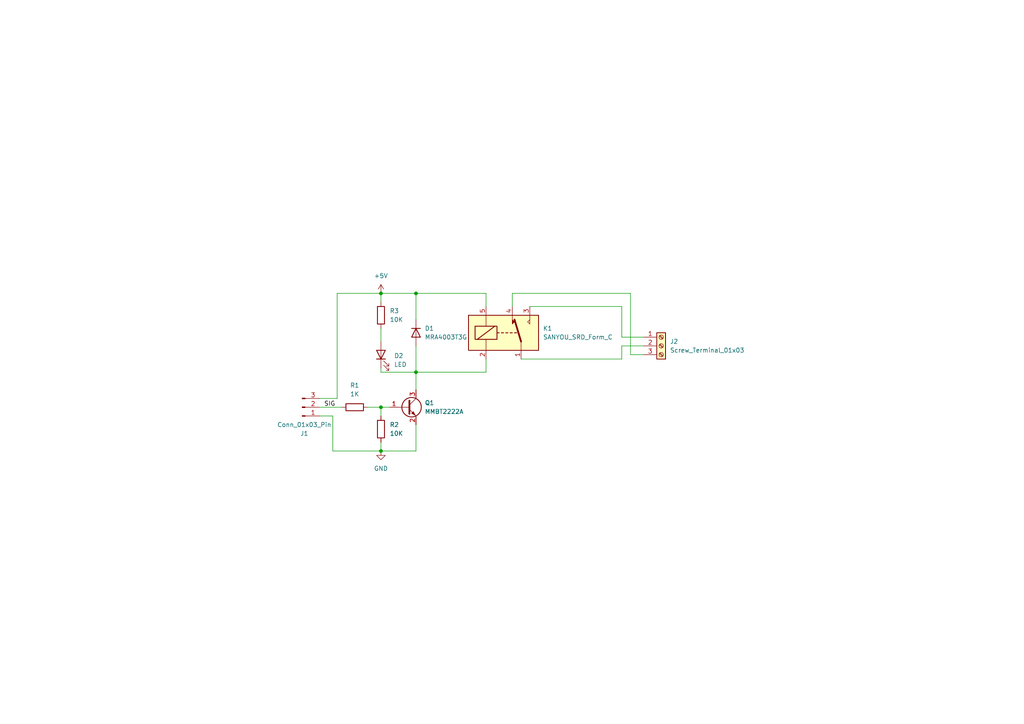
<source format=kicad_sch>
(kicad_sch (version 20250114) (generator "eeschema") (generator_version "9.0")
  (paper "A4")
  (title_block (title "Single-Channel-Relay") (date "2025-11-10") (rev "v0.1.0") (company "Ampnics") (comment 1 "Design by-Md Ammar Maniyar") (comment 2 "Open Source Design"))
  (lib_symbols
    (symbol "Connector:Conn_01x03_Pin" (pin_names (offset 1.016) (hide yes))
      (property "Reference" "J" (at 0 5.08 0))
      (property "Value" "Conn_01x03_Pin" (at 0 -5.08 0))
      (symbol "Conn_01x03_Pin_1_1"
        (rectangle (start 0.8636 2.667) (end 0 2.413) (stroke (width 0.1524)) (fill (type outline)))
        (rectangle (start 0.8636 0.127) (end 0 -0.127) (stroke (width 0.1524)) (fill (type outline)))
        (rectangle (start 0.8636 -2.413) (end 0 -2.667) (stroke (width 0.1524)) (fill (type outline)))
        (polyline (pts (xy 1.27 2.54) (xy 0.8636 2.54)) (stroke (width 0.1524)))
        (polyline (pts (xy 1.27 0) (xy 0.8636 0)) (stroke (width 0.1524)))
        (polyline (pts (xy 1.27 -2.54) (xy 0.8636 -2.54)) (stroke (width 0.1524)))
        (pin passive line (at 5.08 2.54 180) (length 3.81) (name "Pin_1") (number "1"))
        (pin passive line (at 5.08 0 180) (length 3.81) (name "Pin_2") (number "2"))
        (pin passive line (at 5.08 -2.54 180) (length 3.81) (name "Pin_3") (number "3"))
      )
    )
    (symbol "Connector:Screw_Terminal_01x03" (pin_names (offset 1.016) (hide yes))
      (property "Reference" "J" (at 0 5.08 0))
      (property "Value" "Screw_Terminal_01x03" (at 0 -5.08 0))
      (symbol "Screw_Terminal_01x03_1_1"
        (rectangle (start -1.27 3.81) (end 1.27 -3.81) (stroke (width 0.254)) (fill (type background)))
        (polyline (pts (xy -0.5334 2.8702) (xy 0.3302 2.032)) (stroke (width 0.1524)))
        (polyline (pts (xy -0.5334 0.3302) (xy 0.3302 -0.508)) (stroke (width 0.1524)))
        (polyline (pts (xy -0.5334 -2.2098) (xy 0.3302 -3.048)) (stroke (width 0.1524)))
        (polyline (pts (xy -0.3556 3.048) (xy 0.508 2.2098)) (stroke (width 0.1524)))
        (polyline (pts (xy -0.3556 0.508) (xy 0.508 -0.3302)) (stroke (width 0.1524)))
        (polyline (pts (xy -0.3556 -2.032) (xy 0.508 -2.8702)) (stroke (width 0.1524)))
        (circle (center 0 2.54) (radius 0.635) (stroke (width 0.1524)))
        (circle (center 0 0) (radius 0.635) (stroke (width 0.1524)))
        (circle (center 0 -2.54) (radius 0.635) (stroke (width 0.1524)))
        (pin passive line (at -5.08 2.54 0) (length 3.81) (name "Pin_1") (number "1"))
        (pin passive line (at -5.08 0 0) (length 3.81) (name "Pin_2") (number "2"))
        (pin passive line (at -5.08 -2.54 0) (length 3.81) (name "Pin_3") (number "3"))
      )
    )
    (symbol "Device:LED" (pin_numbers (hide yes)) (pin_names (offset 1.016) (hide yes))
      (property "Reference" "D" (at 0 2.54 0))
      (property "Value" "LED" (at 0 -2.54 0))
      (symbol "LED_0_1"
        (polyline (pts (xy -3.048 -0.762) (xy -4.572 -2.286) (xy -3.81 -2.286) (xy -4.572 -2.286) (xy -4.572 -1.524)))
        (polyline (pts (xy -1.778 -0.762) (xy -3.302 -2.286) (xy -2.54 -2.286) (xy -3.302 -2.286) (xy -3.302 -1.524)))
        (polyline (pts (xy -1.27 0) (xy 1.27 0)))
        (polyline (pts (xy -1.27 -1.27) (xy -1.27 1.27)) (stroke (width 0.254)))
        (polyline (pts (xy 1.27 -1.27) (xy 1.27 1.27) (xy -1.27 0) (xy 1.27 -1.27)) (stroke (width 0.254)))
      )
      (symbol "LED_1_1"
        (pin passive line (at -3.81 0 0) (length 2.54) (name "K") (number "1"))
        (pin passive line (at 3.81 0 180) (length 2.54) (name "A") (number "2"))
      )
    )
    (symbol "Device:R" (pin_numbers (hide yes)) (pin_names (offset 0))
      (property "Reference" "R" (at 2.032 0 90))
      (property "Value" "R" (at 0 0 90))
      (symbol "R_0_1"
        (rectangle (start -1.016 -2.54) (end 1.016 2.54) (stroke (width 0.254)))
      )
      (symbol "R_1_1"
        (pin passive line (at 0 3.81 270) (length 1.27) (name "~") (number "1"))
        (pin passive line (at 0 -3.81 90) (length 1.27) (name "~") (number "2"))
      )
    )
    (symbol "Diode:MRA4003T3G" (pin_numbers (hide yes)) (pin_names (hide yes))
      (property "Reference" "D" (at 0 2.54 0))
      (property "Value" "MRA4003T3G" (at 0 -2.54 0))
      (symbol "MRA4003T3G_0_1"
        (polyline (pts (xy -1.27 1.27) (xy -1.27 -1.27)) (stroke (width 0.254)))
        (polyline (pts (xy 1.27 1.27) (xy 1.27 -1.27) (xy -1.27 0) (xy 1.27 1.27)) (stroke (width 0.254)))
        (polyline (pts (xy 1.27 0) (xy -1.27 0)))
      )
      (symbol "MRA4003T3G_1_1"
        (pin passive line (at -3.81 0 0) (length 2.54) (name "K") (number "1"))
        (pin passive line (at 3.81 0 180) (length 2.54) (name "A") (number "2"))
      )
    )
    (symbol "Relay:SANYOU_SRD_Form_C"
      (property "Reference" "K" (at 11.43 3.81 0))
      (property "Value" "SANYOU_SRD_Form_C" (at 11.43 1.27 0))
      (symbol "SANYOU_SRD_Form_C_0_0"
        (polyline (pts (xy 7.62 5.08) (xy 7.62 2.54) (xy 6.985 3.175) (xy 7.62 3.81)))
      )
      (symbol "SANYOU_SRD_Form_C_0_1"
        (rectangle (start -10.16 5.08) (end 10.16 -5.08) (stroke (width 0.254)) (fill (type background)))
        (rectangle (start -8.255 1.905) (end -1.905 -1.905) (stroke (width 0.254)))
        (polyline (pts (xy -7.62 -1.905) (xy -2.54 1.905)) (stroke (width 0.254)))
        (polyline (pts (xy -5.08 5.08) (xy -5.08 1.905)))
        (polyline (pts (xy -5.08 -5.08) (xy -5.08 -1.905)))
        (polyline (pts (xy -1.905 0) (xy -1.27 0)) (stroke (width 0.254)))
        (polyline (pts (xy -0.635 0) (xy 0 0)) (stroke (width 0.254)))
        (polyline (pts (xy 0.635 0) (xy 1.27 0)) (stroke (width 0.254)))
        (polyline (pts (xy 1.905 0) (xy 2.54 0)) (stroke (width 0.254)))
        (polyline (pts (xy 3.175 0) (xy 3.81 0)) (stroke (width 0.254)))
        (polyline (pts (xy 5.08 -2.54) (xy 3.175 3.81)) (stroke (width 0.508)))
        (polyline (pts (xy 5.08 -2.54) (xy 5.08 -5.08)))
      )
      (symbol "SANYOU_SRD_Form_C_1_1"
        (polyline (pts (xy 2.54 3.81) (xy 3.175 3.175) (xy 2.54 2.54) (xy 2.54 5.08)) (fill (type outline)))
        (pin passive line (at -5.08 7.62 270) (length 2.54) (name "~") (number "5"))
        (pin passive line (at -5.08 -7.62 90) (length 2.54) (name "~") (number "2"))
        (pin passive line (at 2.54 7.62 270) (length 2.54) (name "~") (number "4"))
        (pin passive line (at 5.08 -7.62 90) (length 2.54) (name "~") (number "1"))
        (pin passive line (at 7.62 7.62 270) (length 2.54) (name "~") (number "3"))
      )
    )
    (symbol "Transistor_BJT:MMBT2222A" (pin_names (offset 0) (hide yes))
      (property "Reference" "Q" (at 5.08 1.905 0))
      (property "Value" "MMBT2222A" (at 5.08 0 0))
      (symbol "MMBT2222A_0_1"
        (polyline (pts (xy -2.54 0) (xy 0.635 0)))
        (polyline (pts (xy 0.635 1.905) (xy 0.635 -1.905)) (stroke (width 0.508)))
        (circle (center 1.27 0) (radius 2.8194) (stroke (width 0.254)))
      )
      (symbol "MMBT2222A_1_1"
        (polyline (pts (xy 0.635 0.635) (xy 2.54 2.54)))
        (polyline (pts (xy 0.635 -0.635) (xy 2.54 -2.54)))
        (polyline (pts (xy 1.27 -1.778) (xy 1.778 -1.27) (xy 2.286 -2.286) (xy 1.27 -1.778)) (fill (type outline)))
        (pin input line (at -5.08 0 0) (length 2.54) (name "B") (number "1"))
        (pin passive line (at 2.54 5.08 270) (length 2.54) (name "C") (number "3"))
        (pin passive line (at 2.54 -5.08 90) (length 2.54) (name "E") (number "2"))
      )
    )
    (symbol "power:+5V" (power) (pin_numbers (hide yes)) (pin_names (offset 0) (hide yes))
      (property "Value" "+5V" (at 0 3.556 0))
      (symbol "+5V_0_1"
        (polyline (pts (xy -0.762 1.27) (xy 0 2.54)))
        (polyline (pts (xy 0 2.54) (xy 0.762 1.27)))
        (polyline (pts (xy 0 0) (xy 0 2.54)))
      )
      (symbol "+5V_1_1"
        (pin power_in line (at 0 0 90) (length 0) (name "~") (number "1"))
      )
    )
    (symbol "power:GND" (power) (pin_numbers (hide yes)) (pin_names (offset 0) (hide yes))
      (property "Value" "GND" (at 0 -3.81 0))
      (symbol "GND_0_1"
        (polyline (pts (xy 0 0) (xy 0 -1.27) (xy 1.27 -1.27) (xy 0 -2.54) (xy -1.27 -1.27) (xy 0 -1.27)))
      )
      (symbol "GND_1_1"
        (pin power_in line (at 0 0 270) (length 0) (name "~") (number "1"))
      )
    )
  )
  (junction (at 110.49 130.81))
  (junction (at 120.65 85.09))
  (junction (at 110.49 118.11))
  (junction (at 110.49 85.09))
  (junction (at 120.65 107.95))
  (wire (pts (xy 96.52 120.65) (xy 96.52 130.81)))
  (wire (pts (xy 106.68 118.11) (xy 110.49 118.11)))
  (wire (pts (xy 182.88 85.09) (xy 182.88 102.87)))
  (wire (pts (xy 110.49 85.09) (xy 120.65 85.09)))
  (wire (pts (xy 110.49 95.25) (xy 110.49 99.06)))
  (wire (pts (xy 92.71 115.57) (xy 97.79 115.57)))
  (wire (pts (xy 120.65 100.33) (xy 120.65 107.95)))
  (wire (pts (xy 120.65 85.09) (xy 140.97 85.09)))
  (wire (pts (xy 120.65 130.81) (xy 120.65 123.19)))
  (wire (pts (xy 110.49 118.11) (xy 110.49 120.65)))
  (wire (pts (xy 120.65 107.95) (xy 120.65 113.03)))
  (wire (pts (xy 148.59 85.09) (xy 182.88 85.09)))
  (wire (pts (xy 148.59 88.9) (xy 148.59 85.09)))
  (wire (pts (xy 110.49 107.95) (xy 120.65 107.95)))
  (wire (pts (xy 151.13 104.14) (xy 180.34 104.14)))
  (wire (pts (xy 96.52 130.81) (xy 110.49 130.81)))
  (wire (pts (xy 97.79 115.57) (xy 97.79 85.09)))
  (wire (pts (xy 120.65 107.95) (xy 140.97 107.95)))
  (wire (pts (xy 180.34 88.9) (xy 180.34 97.79)))
  (wire (pts (xy 97.79 85.09) (xy 110.49 85.09)))
  (wire (pts (xy 110.49 87.63) (xy 110.49 85.09)))
  (wire (pts (xy 110.49 128.27) (xy 110.49 130.81)))
  (wire (pts (xy 180.34 97.79) (xy 186.69 97.79)))
  (wire (pts (xy 110.49 130.81) (xy 120.65 130.81)))
  (wire (pts (xy 140.97 107.95) (xy 140.97 104.14)))
  (wire (pts (xy 153.67 88.9) (xy 180.34 88.9)))
  (wire (pts (xy 180.34 104.14) (xy 180.34 100.33)))
  (wire (pts (xy 92.71 118.11) (xy 99.06 118.11)))
  (wire (pts (xy 92.71 120.65) (xy 96.52 120.65)))
  (wire (pts (xy 140.97 85.09) (xy 140.97 88.9)))
  (wire (pts (xy 182.88 102.87) (xy 186.69 102.87)))
  (wire (pts (xy 180.34 100.33) (xy 186.69 100.33)))
  (wire (pts (xy 120.65 85.09) (xy 120.65 92.71)))
  (wire (pts (xy 110.49 118.11) (xy 113.03 118.11)))
  (wire (pts (xy 110.49 106.68) (xy 110.49 107.95)))
  (label "SIG" (at 93.98 118.11 0))
  (symbol (lib_id "Connector:Conn_01x03_Pin") (at 87.63 118.11 0) (mirror x) (unit 1)
    (property "Reference" "J1" (at 88.265 125.73 0))
    (property "Value" "Conn_01x03_Pin" (at 88.265 123.19 0))
    (property "Footprint" "Connector_PinHeader_2.54mm:PinHeader_1x03_P2.54mm_Horizontal" (effects (hide yes)))
    (property "Description" "Generic connector, single row, 01x03, script generated" (effects (hide yes)))
  )
  (symbol (lib_id "Diode:MRA4003T3G") (at 120.65 96.52 270) (unit 1)
    (property "Reference" "D1" (at 123.19 95.2499 90) (effects (justify left)))
    (property "Value" "MRA4003T3G" (at 123.19 97.7899 90) (effects (justify left)))
    (property "Footprint" "Diode_SMD:D_SMA" (effects (hide yes)))
    (property "Datasheet" "http://www.onsemi.com/pub_link/Collateral/MRA4003T3-D.PDF" (effects (hide yes)))
    (property "Description" "300V, 1A, General Purpose Rectifier Diode, SMA(DO-214AC)" (effects (hide yes)))
    (property "Sim.Device" "D" (effects (hide yes)))
    (property "Sim.Pins" "1=K 2=A" (effects (hide yes)))
  )
  (symbol (lib_id "Device:R") (at 102.87 118.11 90) (unit 1)
    (property "Reference" "R1" (at 102.87 111.76 90))
    (property "Value" "1K" (at 102.87 114.3 90))
    (property "Footprint" "Resistor_SMD:R_0603_1608Metric" (effects (hide yes)))
    (property "Description" "Resistor" (effects (hide yes)))
  )
  (symbol (lib_id "power:+5V") (at 110.49 85.09 0) (unit 1)
    (property "Reference" "#PWR01" (effects (hide yes)))
    (property "Value" "+5V" (at 110.49 80.01 0))
    (property "Description" "Power symbol creates a global label with name \"+5V\"" (effects (hide yes)))
  )
  (symbol (lib_id "Connector:Screw_Terminal_01x03") (at 191.77 100.33 0) (unit 1)
    (property "Reference" "J2" (at 194.31 99.0599 0) (effects (justify left)))
    (property "Value" "Screw_Terminal_01x03" (at 194.31 101.5999 0) (effects (justify left)))
    (property "Footprint" "TerminalBlock:TerminalBlock_bornier-3_P5.08mm" (effects (hide yes)))
    (property "Description" "Generic screw terminal, single row, 01x03, script generated (kicad-library-utils/schlib/autogen/connector/)" (effects (hide yes)))
  )
  (symbol (lib_id "Relay:SANYOU_SRD_Form_C") (at 146.05 96.52 0) (unit 1)
    (property "Reference" "K1" (at 157.48 95.2499 0) (effects (justify left)))
    (property "Value" "SANYOU_SRD_Form_C" (at 157.48 97.7899 0) (effects (justify left)))
    (property "Footprint" "Relay_THT:Relay_SPDT_SANYOU_SRD_Series_Form_C" (effects (hide yes)))
    (property "Datasheet" "http://www.sanyourelay.ca/public/products/pdf/SRD.pdf" (effects (hide yes)))
    (property "Description" "Sanyo SRD relay, Single Pole Miniature Power Relay," (effects (hide yes)))
  )
  (symbol (lib_id "Transistor_BJT:MMBT2222A") (at 118.11 118.11 0) (unit 1)
    (property "Reference" "Q1" (at 123.19 116.8399 0) (effects (justify left)))
    (property "Value" "MMBT2222A" (at 123.19 119.3799 0) (effects (justify left)))
    (property "Footprint" "Package_TO_SOT_SMD:SOT-23" (effects (hide yes)))
    (property "Datasheet" "https://assets.nexperia.com/documents/data-sheet/MMBT2222A.pdf" (effects (hide yes)))
    (property "Description" "600mA Ic, 40V Vce, NPN Transistor, SOT-23" (effects (hide yes)))
  )
  (symbol (lib_id "power:GND") (at 110.49 130.81 0) (unit 1)
    (property "Reference" "#PWR02" (effects (hide yes)))
    (property "Value" "GND" (at 110.49 135.89 0))
    (property "Description" "Power symbol creates a global label with name \"GND\" , ground" (effects (hide yes)))
  )
  (symbol (lib_id "Device:R") (at 110.49 124.46 0) (unit 1)
    (property "Reference" "R2" (at 113.03 123.1899 0) (effects (justify left)))
    (property "Value" "10K" (at 113.03 125.7299 0) (effects (justify left)))
    (property "Footprint" "Resistor_SMD:R_0603_1608Metric" (effects (hide yes)))
    (property "Description" "Resistor" (effects (hide yes)))
  )
  (symbol (lib_id "Device:LED") (at 110.49 102.87 90) (unit 1)
    (property "Reference" "D2" (at 114.3 103.1874 90) (effects (justify right)))
    (property "Value" "LED" (at 114.3 105.7274 90) (effects (justify right)))
    (property "Footprint" "LED_SMD:LED_0603_1608Metric" (effects (hide yes)))
    (property "Description" "Light emitting diode" (effects (hide yes)))
    (property "Sim.Pins" "1=K 2=A" (effects (hide yes)))
  )
  (symbol (lib_id "Device:R") (at 110.49 91.44 0) (unit 1)
    (property "Reference" "R3" (at 113.03 90.1699 0) (effects (justify left)))
    (property "Value" "10K" (at 113.03 92.7099 0) (effects (justify left)))
    (property "Footprint" "Resistor_SMD:R_0603_1608Metric" (effects (hide yes)))
    (property "Description" "Resistor" (effects (hide yes)))
  )
)
</source>
